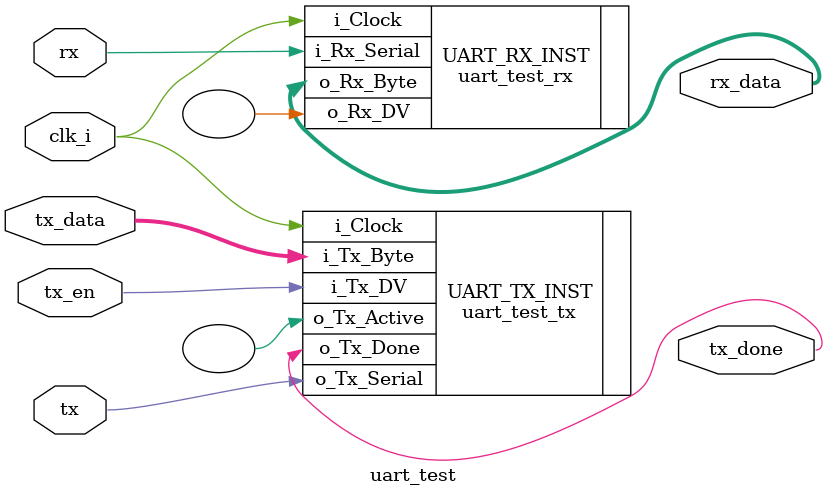
<source format=v>
module uart_test(
    input clk_i,

    input rx,
    output[7:0] rx_data,

    input tx,
    input tx_en,
    input[7:0] tx_data,
    output tx_done
);
    parameter c_CLKS_PER_BIT=1;
    uart_test_rx #(.CLKS_PER_BIT(c_CLKS_PER_BIT)) UART_RX_INST
    (.i_Clock(clk_i),
     .i_Rx_Serial(rx),
     .o_Rx_DV(),
     .o_Rx_Byte(rx_data)
     );
   
    uart_test_tx #(.CLKS_PER_BIT(c_CLKS_PER_BIT)) UART_TX_INST
    (.i_Clock(clk_i),
     .i_Tx_DV(tx_en),
     .i_Tx_Byte(tx_data),
     .o_Tx_Active(),
     .o_Tx_Serial(tx),
     .o_Tx_Done(tx_done)
     );
endmodule
</source>
